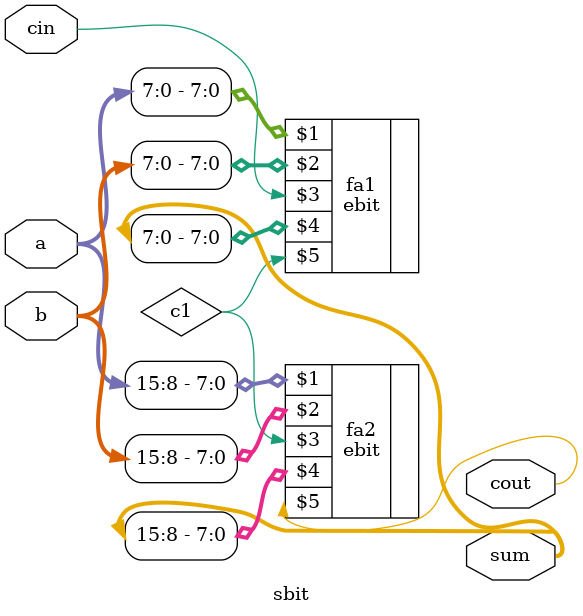
<source format=v>
`include "8bit.v"
module sbit(a,b,cin,sum,cout);
	output [15:0] sum;
	output cout;
	input [15:0] a,b;
	input cin;
	wire c1,c2,c3,c4;
	ebit fa1(a[7:0],b[7:0],cin,sum[7:0],c1);
	ebit fa2(a[15:8],b[15:8],c1,sum[15:8],cout);
	
endmodule
	
</source>
